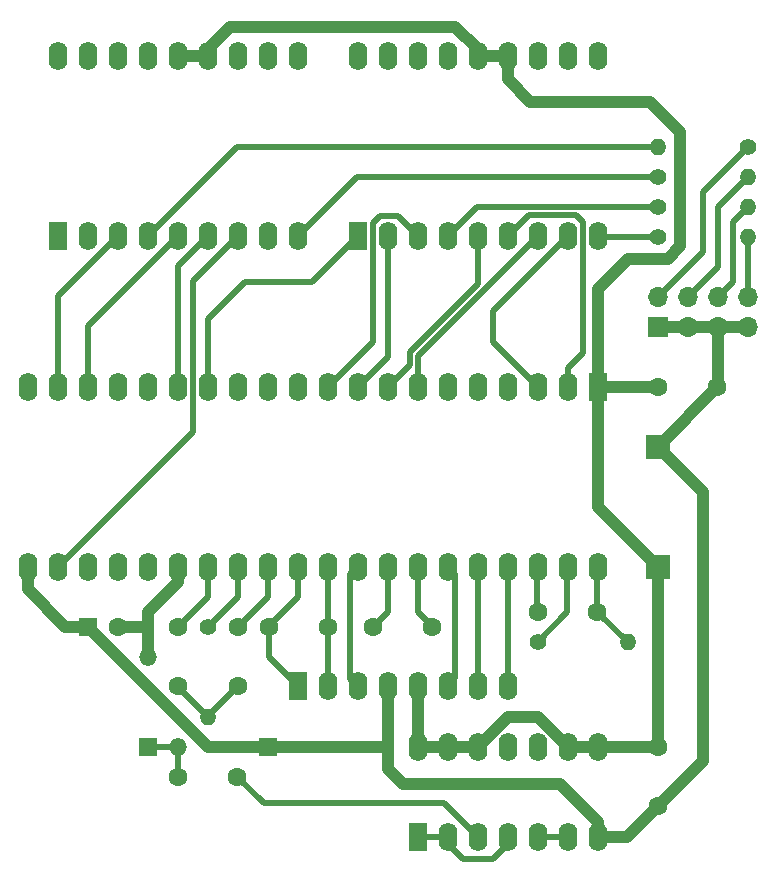
<source format=gbl>
%TF.GenerationSoftware,KiCad,Pcbnew,7.0.8*%
%TF.CreationDate,2023-11-30T19:21:53+00:00*%
%TF.ProjectId,mainboard,6d61696e-626f-4617-9264-2e6b69636164,rev?*%
%TF.SameCoordinates,Original*%
%TF.FileFunction,Copper,L2,Bot*%
%TF.FilePolarity,Positive*%
%FSLAX46Y46*%
G04 Gerber Fmt 4.6, Leading zero omitted, Abs format (unit mm)*
G04 Created by KiCad (PCBNEW 7.0.8) date 2023-11-30 19:21:53*
%MOMM*%
%LPD*%
G01*
G04 APERTURE LIST*
G04 Aperture macros list*
%AMRoundRect*
0 Rectangle with rounded corners*
0 $1 Rounding radius*
0 $2 $3 $4 $5 $6 $7 $8 $9 X,Y pos of 4 corners*
0 Add a 4 corners polygon primitive as box body*
4,1,4,$2,$3,$4,$5,$6,$7,$8,$9,$2,$3,0*
0 Add four circle primitives for the rounded corners*
1,1,$1+$1,$2,$3*
1,1,$1+$1,$4,$5*
1,1,$1+$1,$6,$7*
1,1,$1+$1,$8,$9*
0 Add four rect primitives between the rounded corners*
20,1,$1+$1,$2,$3,$4,$5,0*
20,1,$1+$1,$4,$5,$6,$7,0*
20,1,$1+$1,$6,$7,$8,$9,0*
20,1,$1+$1,$8,$9,$2,$3,0*%
G04 Aperture macros list end*
%TA.AperFunction,ComponentPad*%
%ADD10RoundRect,0.250001X-0.799999X-0.799999X0.799999X-0.799999X0.799999X0.799999X-0.799999X0.799999X0*%
%TD*%
%TA.AperFunction,ComponentPad*%
%ADD11C,1.600000*%
%TD*%
%TA.AperFunction,ComponentPad*%
%ADD12R,1.600000X2.400000*%
%TD*%
%TA.AperFunction,ComponentPad*%
%ADD13O,1.600000X2.400000*%
%TD*%
%TA.AperFunction,ComponentPad*%
%ADD14C,1.400000*%
%TD*%
%TA.AperFunction,ComponentPad*%
%ADD15O,1.400000X1.400000*%
%TD*%
%TA.AperFunction,ComponentPad*%
%ADD16R,1.700000X1.700000*%
%TD*%
%TA.AperFunction,ComponentPad*%
%ADD17O,1.700000X1.700000*%
%TD*%
%TA.AperFunction,ComponentPad*%
%ADD18R,1.500000X1.500000*%
%TD*%
%TA.AperFunction,ComponentPad*%
%ADD19O,1.500000X1.500000*%
%TD*%
%TA.AperFunction,ComponentPad*%
%ADD20R,1.600000X1.600000*%
%TD*%
%TA.AperFunction,Conductor*%
%ADD21C,0.500000*%
%TD*%
%TA.AperFunction,Conductor*%
%ADD22C,1.000000*%
%TD*%
G04 APERTURE END LIST*
D10*
%TO.P,J4,1,Pin_1*%
%TO.N,GND*%
X167990000Y-93630000D03*
%TD*%
D11*
%TO.P,C1,1*%
%TO.N,Net-(IC1-OSC3)*%
X157830000Y-107600000D03*
%TO.P,C1,2*%
%TO.N,Net-(IC1-OSC1)*%
X162830000Y-107600000D03*
%TD*%
D12*
%TO.P,IC2,1*%
%TO.N,Net-(IC2-Pad1)*%
X147670000Y-126650000D03*
D13*
%TO.P,IC2,2*%
X150210000Y-126650000D03*
%TO.P,IC2,3*%
%TO.N,Net-(C6-Pad2)*%
X152750000Y-126650000D03*
%TO.P,IC2,4*%
%TO.N,Net-(IC2-Pad1)*%
X155290000Y-126650000D03*
%TO.P,IC2,5*%
%TO.N,Net-(IC1-OSC3)*%
X157830000Y-126650000D03*
%TO.P,IC2,6*%
X160370000Y-126650000D03*
%TO.P,IC2,7*%
%TO.N,GND*%
X162910000Y-126650000D03*
%TO.P,IC2,8*%
%TO.N,+5V*%
X162910000Y-119030000D03*
%TO.P,IC2,9*%
X160370000Y-119030000D03*
%TO.P,IC2,10*%
%TO.N,unconnected-(IC2-Pad10)*%
X157830000Y-119030000D03*
%TO.P,IC2,11*%
%TO.N,unconnected-(IC2-Pad11)*%
X155290000Y-119030000D03*
%TO.P,IC2,12*%
%TO.N,+5V*%
X152750000Y-119030000D03*
%TO.P,IC2,13*%
X150210000Y-119030000D03*
%TO.P,IC2,14*%
X147670000Y-119030000D03*
%TD*%
D12*
%TO.P,J1,1,Pin_1*%
%TO.N,Net-(IC1-IN_LO)*%
X137510000Y-113925000D03*
D13*
%TO.P,J1,2,Pin_2*%
%TO.N,Net-(IC1-IN_HI)*%
X140050000Y-113925000D03*
%TO.P,J1,3,Pin_3*%
%TO.N,Net-(IC1-COMMON)*%
X142590000Y-113925000D03*
%TO.P,J1,4,Pin_4*%
%TO.N,GND*%
X145130000Y-113925000D03*
%TO.P,J1,5,Pin_5*%
%TO.N,+5V*%
X147670000Y-113925000D03*
%TO.P,J1,6,Pin_6*%
%TO.N,Net-(IC1-REF_LO)*%
X150210000Y-113925000D03*
%TO.P,J1,7,Pin_7*%
%TO.N,Net-(IC1-REF_HI)*%
X152750000Y-113925000D03*
%TO.P,J1,8,Pin_8*%
%TO.N,Net-(IC1-TEST)*%
X155290000Y-113925000D03*
%TD*%
D12*
%TO.P,IC1,1,V+*%
%TO.N,+5V*%
X162910000Y-88550000D03*
D13*
%TO.P,IC1,2,D1*%
%TO.N,Net-(DISP2-d2)*%
X160370000Y-88550000D03*
%TO.P,IC1,3,C1*%
%TO.N,Net-(DISP2-c2)*%
X157830000Y-88550000D03*
%TO.P,IC1,4,B1*%
%TO.N,Net-(DISP2-b2)*%
X155290000Y-88550000D03*
%TO.P,IC1,5,A1*%
%TO.N,Net-(DISP2-a2)*%
X152750000Y-88550000D03*
%TO.P,IC1,6,F1*%
%TO.N,Net-(DISP2-f2)*%
X150210000Y-88550000D03*
%TO.P,IC1,7,G1*%
%TO.N,Net-(DISP2-g2)*%
X147670000Y-88550000D03*
%TO.P,IC1,8,E1*%
%TO.N,Net-(DISP2-e2)*%
X145130000Y-88550000D03*
%TO.P,IC1,9,D2*%
%TO.N,Net-(DISP2-d1)*%
X142590000Y-88550000D03*
%TO.P,IC1,10,C2*%
%TO.N,Net-(DISP2-c1)*%
X140050000Y-88550000D03*
%TO.P,IC1,11,B2*%
%TO.N,Net-(DISP2-b1)*%
X137510000Y-88550000D03*
%TO.P,IC1,12,A2*%
%TO.N,Net-(DISP2-a1)*%
X134970000Y-88550000D03*
%TO.P,IC1,13,F2*%
%TO.N,Net-(DISP2-f1)*%
X132430000Y-88550000D03*
%TO.P,IC1,14,E2*%
%TO.N,Net-(DISP2-e1)*%
X129890000Y-88550000D03*
%TO.P,IC1,15,D3*%
%TO.N,Net-(DISP1-d2)*%
X127350000Y-88550000D03*
%TO.P,IC1,16,B3*%
%TO.N,Net-(DISP1-b2)*%
X124810000Y-88550000D03*
%TO.P,IC1,17,F3*%
%TO.N,Net-(DISP1-f2)*%
X122270000Y-88550000D03*
%TO.P,IC1,18,E3*%
%TO.N,Net-(DISP1-e2)*%
X119730000Y-88550000D03*
%TO.P,IC1,19,AB4*%
%TO.N,Net-(DISP1-b1)*%
X117190000Y-88550000D03*
%TO.P,IC1,20,POL*%
%TO.N,Net-(DISP1-g1)*%
X114650000Y-88550000D03*
%TO.P,IC1,21,BP/GND*%
%TO.N,GND*%
X114650000Y-103790000D03*
%TO.P,IC1,22,G3*%
%TO.N,Net-(DISP1-g2)*%
X117190000Y-103790000D03*
%TO.P,IC1,23,A3*%
%TO.N,Net-(DISP1-a2)*%
X119730000Y-103790000D03*
%TO.P,IC1,24,C3*%
%TO.N,Net-(DISP1-c2)*%
X122270000Y-103790000D03*
%TO.P,IC1,25,G2*%
%TO.N,Net-(DISP2-g1)*%
X124810000Y-103790000D03*
%TO.P,IC1,26,V-*%
%TO.N,Net-(D2-A)*%
X127350000Y-103790000D03*
%TO.P,IC1,27,INT*%
%TO.N,Net-(IC1-INT)*%
X129890000Y-103790000D03*
%TO.P,IC1,28,BUFF*%
%TO.N,Net-(IC1-BUFF)*%
X132430000Y-103790000D03*
%TO.P,IC1,29,A-Z*%
%TO.N,Net-(IC1-A-Z)*%
X134970000Y-103790000D03*
%TO.P,IC1,30,IN_LO*%
%TO.N,Net-(IC1-IN_LO)*%
X137510000Y-103790000D03*
%TO.P,IC1,31,IN_HI*%
%TO.N,Net-(IC1-IN_HI)*%
X140050000Y-103790000D03*
%TO.P,IC1,32,COMMON*%
%TO.N,Net-(IC1-COMMON)*%
X142590000Y-103790000D03*
%TO.P,IC1,33,CREF-*%
%TO.N,Net-(IC1-CREF-)*%
X145130000Y-103790000D03*
%TO.P,IC1,34,CREF+*%
%TO.N,Net-(IC1-CREF+)*%
X147670000Y-103790000D03*
%TO.P,IC1,35,REF_LO*%
%TO.N,Net-(IC1-REF_LO)*%
X150210000Y-103790000D03*
%TO.P,IC1,36,REF_HI*%
%TO.N,Net-(IC1-REF_HI)*%
X152750000Y-103790000D03*
%TO.P,IC1,37,TEST*%
%TO.N,Net-(IC1-TEST)*%
X155290000Y-103790000D03*
%TO.P,IC1,38,OSC3*%
%TO.N,Net-(IC1-OSC3)*%
X157830000Y-103790000D03*
%TO.P,IC1,39,OSC2*%
%TO.N,Net-(IC1-OSC2)*%
X160370000Y-103790000D03*
%TO.P,IC1,40,OSC1*%
%TO.N,Net-(IC1-OSC1)*%
X162910000Y-103790000D03*
%TD*%
D12*
%TO.P,DISP1,1,e1*%
%TO.N,unconnected-(DISP1-e1-Pad1)*%
X117190000Y-75767500D03*
D13*
%TO.P,DISP1,2,d1*%
%TO.N,unconnected-(DISP1-d1-Pad2)*%
X119730000Y-75767500D03*
%TO.P,DISP1,3,c1*%
%TO.N,Net-(DISP1-b1)*%
X122270000Y-75767500D03*
%TO.P,DISP1,4,dp1*%
%TO.N,Net-(DISP1-dp1)*%
X124810000Y-75767500D03*
%TO.P,DISP1,5,e2*%
%TO.N,Net-(DISP1-e2)*%
X127350000Y-75767500D03*
%TO.P,DISP1,6,d2*%
%TO.N,Net-(DISP1-d2)*%
X129890000Y-75767500D03*
%TO.P,DISP1,7,g2*%
%TO.N,Net-(DISP1-g2)*%
X132430000Y-75767500D03*
%TO.P,DISP1,8,c2*%
%TO.N,Net-(DISP1-c2)*%
X134970000Y-75767500D03*
%TO.P,DISP1,9,dp2*%
%TO.N,Net-(DISP1-dp2)*%
X137510000Y-75767500D03*
%TO.P,DISP1,10,b2*%
%TO.N,Net-(DISP1-b2)*%
X137510000Y-60527500D03*
%TO.P,DISP1,11,a2*%
%TO.N,Net-(DISP1-a2)*%
X134970000Y-60527500D03*
%TO.P,DISP1,12,f2*%
%TO.N,Net-(DISP1-f2)*%
X132430000Y-60527500D03*
%TO.P,DISP1,13,ca2*%
%TO.N,+5V*%
X129890000Y-60527500D03*
%TO.P,DISP1,14,ca1*%
X127350000Y-60527500D03*
%TO.P,DISP1,15,b1*%
%TO.N,Net-(DISP1-b1)*%
X124810000Y-60527500D03*
%TO.P,DISP1,16,a1*%
%TO.N,unconnected-(DISP1-a1-Pad16)*%
X122270000Y-60527500D03*
%TO.P,DISP1,17,g1*%
%TO.N,Net-(DISP1-g1)*%
X119730000Y-60527500D03*
%TO.P,DISP1,18,f1*%
%TO.N,unconnected-(DISP1-f1-Pad18)*%
X117190000Y-60527500D03*
%TD*%
D12*
%TO.P,DISP2,1,e1*%
%TO.N,Net-(DISP2-e1)*%
X142590000Y-75767500D03*
D13*
%TO.P,DISP2,2,d1*%
%TO.N,Net-(DISP2-d1)*%
X145130000Y-75767500D03*
%TO.P,DISP2,3,c1*%
%TO.N,Net-(DISP2-c1)*%
X147670000Y-75767500D03*
%TO.P,DISP2,4,dp1*%
%TO.N,Net-(DISP2-dp1)*%
X150210000Y-75767500D03*
%TO.P,DISP2,5,e2*%
%TO.N,Net-(DISP2-e2)*%
X152750000Y-75767500D03*
%TO.P,DISP2,6,d2*%
%TO.N,Net-(DISP2-d2)*%
X155290000Y-75767500D03*
%TO.P,DISP2,7,g2*%
%TO.N,Net-(DISP2-g2)*%
X157830000Y-75767500D03*
%TO.P,DISP2,8,c2*%
%TO.N,Net-(DISP2-c2)*%
X160370000Y-75767500D03*
%TO.P,DISP2,9,dp2*%
%TO.N,Net-(DISP2-dp2)*%
X162910000Y-75767500D03*
%TO.P,DISP2,10,b2*%
%TO.N,Net-(DISP2-b2)*%
X162910000Y-60527500D03*
%TO.P,DISP2,11,a2*%
%TO.N,Net-(DISP2-a2)*%
X160370000Y-60527500D03*
%TO.P,DISP2,12,f2*%
%TO.N,Net-(DISP2-f2)*%
X157830000Y-60527500D03*
%TO.P,DISP2,13,ca2*%
%TO.N,+5V*%
X155290000Y-60527500D03*
%TO.P,DISP2,14,ca1*%
X152750000Y-60527500D03*
%TO.P,DISP2,15,b1*%
%TO.N,Net-(DISP2-b1)*%
X150210000Y-60527500D03*
%TO.P,DISP2,16,a1*%
%TO.N,Net-(DISP2-a1)*%
X147670000Y-60527500D03*
%TO.P,DISP2,17,g1*%
%TO.N,Net-(DISP2-g1)*%
X145130000Y-60527500D03*
%TO.P,DISP2,18,f1*%
%TO.N,Net-(DISP2-f1)*%
X142590000Y-60527500D03*
%TD*%
D14*
%TO.P,R4,1*%
%TO.N,Net-(DISP1-dp2)*%
X167990000Y-70770000D03*
D15*
%TO.P,R4,2*%
%TO.N,Net-(J2-Pin_4)*%
X175610000Y-70770000D03*
%TD*%
D14*
%TO.P,R3,1*%
%TO.N,Net-(J2-Pin_2)*%
X175610000Y-68230000D03*
D15*
%TO.P,R3,2*%
%TO.N,Net-(DISP1-dp1)*%
X167990000Y-68230000D03*
%TD*%
D16*
%TO.P,J2,1,Pin_1*%
%TO.N,GND*%
X167990000Y-83470000D03*
D17*
%TO.P,J2,2,Pin_2*%
%TO.N,Net-(J2-Pin_2)*%
X167990000Y-80930000D03*
%TO.P,J2,3,Pin_3*%
%TO.N,GND*%
X170530000Y-83470000D03*
%TO.P,J2,4,Pin_4*%
%TO.N,Net-(J2-Pin_4)*%
X170530000Y-80930000D03*
%TO.P,J2,5,Pin_5*%
%TO.N,GND*%
X173070000Y-83470000D03*
%TO.P,J2,6,Pin_6*%
%TO.N,Net-(J2-Pin_6)*%
X173070000Y-80930000D03*
%TO.P,J2,7,Pin_7*%
%TO.N,GND*%
X175610000Y-83470000D03*
%TO.P,J2,8,Pin_8*%
%TO.N,Net-(J2-Pin_8)*%
X175610000Y-80930000D03*
%TD*%
D11*
%TO.P,C6,1*%
%TO.N,Net-(D1-A)*%
X127390000Y-121570000D03*
%TO.P,C6,2*%
%TO.N,Net-(C6-Pad2)*%
X132390000Y-121570000D03*
%TD*%
D18*
%TO.P,D1,1,K*%
%TO.N,GND*%
X134970000Y-119030000D03*
D19*
%TO.P,D1,2,A*%
%TO.N,Net-(D1-A)*%
X127350000Y-119030000D03*
%TD*%
D11*
%TO.P,C2,1*%
%TO.N,Net-(IC1-CREF-)*%
X143900000Y-108870000D03*
%TO.P,C2,2*%
%TO.N,Net-(IC1-CREF+)*%
X148900000Y-108870000D03*
%TD*%
%TO.P,C3,1*%
%TO.N,Net-(C3-Pad1)*%
X132430000Y-113910000D03*
%TO.P,C3,2*%
%TO.N,Net-(IC1-A-Z)*%
X132430000Y-108910000D03*
%TD*%
%TO.P,C4,1*%
%TO.N,Net-(C3-Pad1)*%
X127350000Y-113910000D03*
%TO.P,C4,2*%
%TO.N,Net-(IC1-INT)*%
X127350000Y-108910000D03*
%TD*%
D18*
%TO.P,D2,1,K*%
%TO.N,Net-(D1-A)*%
X124810000Y-119030000D03*
D19*
%TO.P,D2,2,A*%
%TO.N,Net-(D2-A)*%
X124810000Y-111410000D03*
%TD*%
D11*
%TO.P,C9,1*%
%TO.N,+5V*%
X167990000Y-88590000D03*
%TO.P,C9,2*%
%TO.N,GND*%
X172990000Y-88590000D03*
%TD*%
D20*
%TO.P,C7,1*%
%TO.N,GND*%
X119770000Y-108870000D03*
D11*
%TO.P,C7,2*%
%TO.N,Net-(D2-A)*%
X122270000Y-108870000D03*
%TD*%
%TO.P,C5,1*%
%TO.N,Net-(IC1-IN_LO)*%
X135050000Y-108870000D03*
%TO.P,C5,2*%
%TO.N,Net-(IC1-IN_HI)*%
X140050000Y-108870000D03*
%TD*%
D14*
%TO.P,R6,1*%
%TO.N,Net-(DISP2-dp2)*%
X167990000Y-75850000D03*
D15*
%TO.P,R6,2*%
%TO.N,Net-(J2-Pin_8)*%
X175610000Y-75850000D03*
%TD*%
D14*
%TO.P,R2,1*%
%TO.N,Net-(IC1-BUFF)*%
X129890000Y-108870000D03*
D15*
%TO.P,R2,2*%
%TO.N,Net-(C3-Pad1)*%
X129890000Y-116490000D03*
%TD*%
D14*
%TO.P,R1,1*%
%TO.N,Net-(IC1-OSC2)*%
X157830000Y-110140000D03*
D15*
%TO.P,R1,2*%
%TO.N,Net-(IC1-OSC1)*%
X165450000Y-110140000D03*
%TD*%
D11*
%TO.P,C8,1*%
%TO.N,+5V*%
X167990000Y-119030000D03*
%TO.P,C8,2*%
%TO.N,GND*%
X167990000Y-124030000D03*
%TD*%
D10*
%TO.P,J3,1,Pin_1*%
%TO.N,+5V*%
X167990000Y-103790000D03*
%TD*%
D14*
%TO.P,R5,1*%
%TO.N,Net-(DISP2-dp1)*%
X167990000Y-73310000D03*
D15*
%TO.P,R5,2*%
%TO.N,Net-(J2-Pin_6)*%
X175610000Y-73310000D03*
%TD*%
D21*
%TO.N,Net-(IC1-OSC3)*%
X157772500Y-103790000D02*
X157772500Y-107542500D01*
X157830000Y-126650000D02*
X160370000Y-126650000D01*
%TO.N,Net-(IC1-OSC1)*%
X165450000Y-110220000D02*
X162830000Y-107600000D01*
X162830000Y-103812500D02*
X162830000Y-107600000D01*
%TO.N,Net-(IC1-OSC2)*%
X160312500Y-107657500D02*
X157830000Y-110140000D01*
X160312500Y-103790000D02*
X160312500Y-107657500D01*
D22*
%TO.N,Net-(D2-A)*%
X124810000Y-108870000D02*
X124810000Y-107600000D01*
X122270000Y-108870000D02*
X124810000Y-108870000D01*
X127350000Y-105060000D02*
X127350000Y-103790000D01*
X124810000Y-111410000D02*
X124810000Y-108870000D01*
X124810000Y-107600000D02*
X127350000Y-105060000D01*
D21*
%TO.N,Net-(D1-A)*%
X127390000Y-121570000D02*
X127390000Y-119070000D01*
X124810000Y-119030000D02*
X127350000Y-119030000D01*
%TO.N,Net-(IC1-A-Z)*%
X132430000Y-108910000D02*
X134970000Y-106370000D01*
X134970000Y-106370000D02*
X134970000Y-103790000D01*
%TO.N,Net-(IC1-INT)*%
X127350000Y-108910000D02*
X129890000Y-106370000D01*
X129890000Y-106370000D02*
X129890000Y-103790000D01*
%TO.N,Net-(IC1-CREF-)*%
X145130000Y-103790000D02*
X145130000Y-107640000D01*
X145130000Y-107640000D02*
X143900000Y-108870000D01*
%TO.N,Net-(IC1-CREF+)*%
X147670000Y-107638125D02*
X148900000Y-108868125D01*
X147670000Y-103862500D02*
X147670000Y-107638125D01*
%TO.N,Net-(IC1-BUFF)*%
X129890000Y-108870000D02*
X132430000Y-106330000D01*
X132430000Y-106330000D02*
X132430000Y-103790000D01*
%TO.N,Net-(IC1-IN_HI)*%
X140050000Y-103790000D02*
X140050000Y-113925000D01*
%TO.N,Net-(IC1-IN_LO)*%
X137510000Y-106330000D02*
X135050000Y-108790000D01*
X137510000Y-103790000D02*
X137510000Y-106330000D01*
X135050000Y-108790000D02*
X135050000Y-111465000D01*
X135050000Y-111465000D02*
X137510000Y-113925000D01*
%TO.N,Net-(IC1-REF_HI)*%
X152750000Y-103790000D02*
X152750000Y-113867500D01*
D22*
%TO.N,GND*%
X173070000Y-83470000D02*
X173070000Y-88510000D01*
X165370000Y-126650000D02*
X167990000Y-124030000D01*
X134970000Y-119030000D02*
X129930000Y-119030000D01*
X162910000Y-126650000D02*
X162910000Y-125380000D01*
X171800000Y-97440000D02*
X171800000Y-120220000D01*
X119770000Y-108870000D02*
X117825000Y-108870000D01*
X145130000Y-119030000D02*
X145130000Y-113925000D01*
X145130000Y-120935000D02*
X145130000Y-119030000D01*
X114650000Y-105695000D02*
X114650000Y-103790000D01*
X162910000Y-125380000D02*
X159735000Y-122205000D01*
X172990000Y-88630000D02*
X167990000Y-93630000D01*
X117825000Y-108870000D02*
X114650000Y-105695000D01*
X162910000Y-126650000D02*
X165370000Y-126650000D01*
X167990000Y-93630000D02*
X171800000Y-97440000D01*
X134970000Y-119030000D02*
X145130000Y-119030000D01*
X167990000Y-83470000D02*
X175610000Y-83470000D01*
X146400000Y-122205000D02*
X145130000Y-120935000D01*
X129930000Y-119030000D02*
X119770000Y-108870000D01*
X171800000Y-120220000D02*
X167990000Y-124030000D01*
X159735000Y-122205000D02*
X146400000Y-122205000D01*
%TO.N,+5V*%
X162910000Y-119030000D02*
X167990000Y-119030000D01*
X165450000Y-77755000D02*
X162910000Y-80295000D01*
X155290000Y-62515000D02*
X157195000Y-64420000D01*
X155290000Y-116490000D02*
X157830000Y-116490000D01*
X169895000Y-66960000D02*
X169895000Y-76662024D01*
X167990000Y-103790000D02*
X162910000Y-98710000D01*
X162910000Y-98710000D02*
X162910000Y-88550000D01*
X162950000Y-88590000D02*
X167990000Y-88590000D01*
X169895000Y-76662024D02*
X168802024Y-77755000D01*
X157830000Y-116490000D02*
X160370000Y-119030000D01*
X152750000Y-119030000D02*
X155290000Y-116490000D01*
X147670000Y-119030000D02*
X152750000Y-119030000D01*
X150845000Y-58070000D02*
X152750000Y-59975000D01*
X162910000Y-80295000D02*
X162910000Y-88550000D01*
X167355000Y-64420000D02*
X169895000Y-66960000D01*
X157195000Y-64420000D02*
X167355000Y-64420000D01*
X160370000Y-119030000D02*
X162910000Y-119030000D01*
X167990000Y-103790000D02*
X167990000Y-119030000D01*
X155290000Y-60527500D02*
X155290000Y-62515000D01*
X131753750Y-58070000D02*
X150845000Y-58070000D01*
X129890000Y-59933750D02*
X131753750Y-58070000D01*
X127350000Y-60527500D02*
X129890000Y-60527500D01*
X147670000Y-113925000D02*
X147670000Y-119030000D01*
X168802024Y-77755000D02*
X165450000Y-77755000D01*
X152750000Y-60527500D02*
X155290000Y-60527500D01*
D21*
%TO.N,Net-(DISP1-b1)*%
X117190000Y-88550000D02*
X117190000Y-80847500D01*
X117190000Y-80847500D02*
X122270000Y-75767500D01*
%TO.N,Net-(DISP1-dp1)*%
X132347500Y-68230000D02*
X124810000Y-75767500D01*
X167990000Y-68230000D02*
X132347500Y-68230000D01*
%TO.N,Net-(DISP1-d2)*%
X127350000Y-78307500D02*
X127350000Y-88550000D01*
X129890000Y-75767500D02*
X127350000Y-78307500D01*
%TO.N,Net-(DISP1-g2)*%
X128600000Y-79597500D02*
X128600000Y-92380000D01*
X132430000Y-75767500D02*
X128600000Y-79597500D01*
X128600000Y-92380000D02*
X117190000Y-103790000D01*
%TO.N,Net-(DISP1-dp2)*%
X137510000Y-75767500D02*
X142507500Y-70770000D01*
X142507500Y-70770000D02*
X167990000Y-70770000D01*
%TO.N,Net-(DISP2-dp1)*%
X152667500Y-73310000D02*
X150210000Y-75767500D01*
X152667500Y-73310000D02*
X167990000Y-73310000D01*
%TO.N,Net-(IC1-COMMON)*%
X141955000Y-104425000D02*
X141955000Y-113290000D01*
X142590000Y-103790000D02*
X141955000Y-104425000D01*
X141955000Y-113290000D02*
X142590000Y-113925000D01*
%TO.N,Net-(IC1-REF_LO)*%
X150845000Y-104425000D02*
X150845000Y-113232500D01*
X150210000Y-103790000D02*
X150845000Y-104425000D01*
X150845000Y-113232500D02*
X150152500Y-113925000D01*
%TO.N,Net-(IC1-TEST)*%
X155290000Y-103862500D02*
X155290000Y-113867500D01*
%TO.N,Net-(J2-Pin_2)*%
X167990000Y-80930000D02*
X171800000Y-77120000D01*
X171800000Y-72040000D02*
X175610000Y-68230000D01*
X171800000Y-77120000D02*
X171800000Y-72040000D01*
%TO.N,Net-(DISP2-e1)*%
X129890000Y-82835000D02*
X133065000Y-79660000D01*
X129890000Y-88550000D02*
X129890000Y-82835000D01*
X138697500Y-79660000D02*
X142590000Y-75767500D01*
X133065000Y-79660000D02*
X138697500Y-79660000D01*
%TO.N,Net-(DISP2-d1)*%
X145130000Y-86010000D02*
X142590000Y-88550000D01*
X145130000Y-75767500D02*
X145130000Y-86010000D01*
%TO.N,Net-(DISP2-c1)*%
X140050000Y-88550000D02*
X143860000Y-84740000D01*
X144470923Y-74117500D02*
X146020000Y-74117500D01*
X146020000Y-74117500D02*
X147670000Y-75767500D01*
X143860000Y-84740000D02*
X143860000Y-74728423D01*
X143860000Y-74728423D02*
X144470923Y-74117500D01*
%TO.N,Net-(J2-Pin_4)*%
X173070000Y-78390000D02*
X173070000Y-73310000D01*
X170530000Y-80930000D02*
X173070000Y-78390000D01*
X173070000Y-73310000D02*
X175610000Y-70770000D01*
%TO.N,Net-(DISP2-e2)*%
X146970000Y-86710000D02*
X146970000Y-85637550D01*
X146970000Y-85637550D02*
X152750000Y-79857550D01*
X152750000Y-79857550D02*
X152750000Y-75767500D01*
X145130000Y-88550000D02*
X146970000Y-86710000D01*
%TO.N,Net-(DISP2-g2)*%
X147670000Y-88550000D02*
X147670000Y-85927500D01*
X147670000Y-85927500D02*
X157830000Y-75767500D01*
%TO.N,Net-(DISP2-c2)*%
X154020000Y-82117500D02*
X154020000Y-84740000D01*
X160370000Y-75767500D02*
X154020000Y-82117500D01*
X154020000Y-84740000D02*
X157830000Y-88550000D01*
%TO.N,Net-(DISP2-dp2)*%
X162910000Y-75850000D02*
X167990000Y-75850000D01*
%TO.N,Net-(DISP1-e2)*%
X119730000Y-88550000D02*
X119730000Y-83387500D01*
X119730000Y-83387500D02*
X127350000Y-75767500D01*
%TO.N,Net-(DISP2-d2)*%
X161640000Y-85692500D02*
X161640000Y-74580000D01*
X160370000Y-88550000D02*
X160370000Y-86962500D01*
X161070000Y-74010000D02*
X157047500Y-74010000D01*
X160370000Y-86962500D02*
X161640000Y-85692500D01*
X161640000Y-74580000D02*
X161070000Y-74010000D01*
X157047500Y-74010000D02*
X155290000Y-75767500D01*
%TO.N,Net-(IC2-Pad1)*%
X147670000Y-126650000D02*
X150210000Y-126650000D01*
X154020000Y-128555000D02*
X151480000Y-128555000D01*
X155290000Y-127285000D02*
X154020000Y-128555000D01*
X151480000Y-128555000D02*
X150210000Y-127285000D01*
%TO.N,Net-(J2-Pin_6)*%
X174340000Y-79660000D02*
X174340000Y-74580000D01*
X173070000Y-80930000D02*
X174340000Y-79660000D01*
X174340000Y-74580000D02*
X175610000Y-73310000D01*
%TO.N,Net-(J2-Pin_8)*%
X175610000Y-80930000D02*
X175610000Y-75850000D01*
%TO.N,Net-(C3-Pad1)*%
X129890000Y-116450000D02*
X132430000Y-113910000D01*
X127350000Y-113950000D02*
X129890000Y-116490000D01*
%TO.N,Net-(C6-Pad2)*%
X134610000Y-123790000D02*
X132390000Y-121570000D01*
X152750000Y-126650000D02*
X149890000Y-123790000D01*
X149890000Y-123790000D02*
X134610000Y-123790000D01*
%TD*%
M02*

</source>
